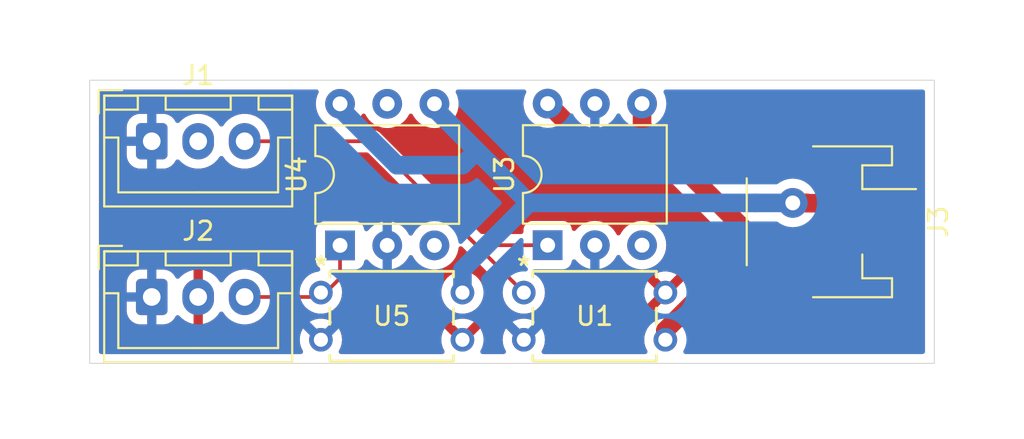
<source format=kicad_pcb>
(kicad_pcb (version 20240108) (generator "pcbnew") (generator_version "8.0")
  (layers (0 "F.Cu" signal) (31 "B.Cu" signal) (34 "B.Paste" user) (35 "F.Paste" user) (36 "B.SilkS" user "B.Silkscreen") (37 "F.SilkS" user "F.Silkscreen") (38 "B.Mask" user) (39 "F.Mask" user) (44 "Edge.Cuts" user))
  (net 0 "")
  (net 1 "/Sig 2")
  (net 2 "GND")
  (net 4 "/Sig 1")
  (net 5 "/PWR")
  (net 6 "Net-(J3-Pin_2)")
  (net 7 "Net-(J3-Pin_1)")
  (footprint "TLP241A(F:DIP4_TOS" (layer "F.Cu") (at 125.73 98.806)
    (property "Reference" "U5" (at 3.81 1.27 0) (layer "F.SilkS"))
    (property "Value" "TLP241AF")
    (fp_line (start 0.4826 -1.143) (end 0.4826 -0.838819) (stroke (width 0.1524)) (layer "F.SilkS"))
    (fp_line (start 0.4826 0.838819) (end 0.4826 1.701181) (stroke (width 0.1524)) (layer "F.SilkS"))
    (fp_line (start 0.4826 3.378819) (end 0.4826 3.683) (stroke (width 0.1524)) (layer "F.SilkS"))
    (fp_line (start 0.4826 3.683) (end 7.1374 3.683) (stroke (width 0.1524)) (layer "F.SilkS"))
    (fp_line (start 7.1374 -1.143) (end 0.4826 -1.143) (stroke (width 0.1524)) (layer "F.SilkS"))
    (fp_line (start 7.1374 -0.838819) (end 7.1374 -1.143) (stroke (width 0.1524)) (layer "F.SilkS"))
    (fp_line (start 7.1374 1.701181) (end 7.1374 0.838819) (stroke (width 0.1524)) (layer "F.SilkS"))
    (fp_line (start 7.1374 3.683) (end 7.1374 3.378819) (stroke (width 0.1524)) (layer "F.SilkS"))
    (fp_text user "*" (at 0 -1.397 0) (layer "F.SilkS"))
    (fp_text user "*" (at 0 -1.397 0) (layer "F.SilkS"))
    (pad "1" thru_hole circle (at 0 0) (size 1.27 1.27) (drill 0.762) (layers "*.Cu" "*.Mask") (net 4 "/Sig 1"))
    (pad "2" thru_hole circle (at 0 2.54) (size 1.27 1.27) (drill 0.762) (layers "*.Cu" "*.Mask") (net 2 "GND"))
    (pad "3" thru_hole circle (at 7.62 2.54) (size 1.27 1.27) (drill 0.762) (layers "*.Cu" "*.Mask") (net 5 "/PWR"))
    (pad "4" thru_hole circle (at 7.62 0) (size 1.27 1.27) (drill 0.762) (layers "*.Cu" "*.Mask") (net 7 "Net-(J3-Pin_1)"))
  )
  (footprint "Package_DIP:DIP-6_W7.62mm" (layer "F.Cu") (at 126.761 96.266 90)
    (property "Reference" "U4" (at 3.81 -2.33 -90) (layer "F.SilkS"))
    (property "Value" "TLP3546")
    (fp_line (start 6.46 -1.33) (end 4.81 -1.33) (stroke (width 0.12)) (layer "F.SilkS"))
    (fp_line (start 2.81 -1.33) (end 1.16 -1.33) (stroke (width 0.12)) (layer "F.SilkS"))
    (fp_line (start 1.16 -1.33) (end 1.16 6.41) (stroke (width 0.12)) (layer "F.SilkS"))
    (fp_line (start 6.46 6.41) (end 6.46 -1.33) (stroke (width 0.12)) (layer "F.SilkS"))
    (fp_line (start 1.16 6.41) (end 6.46 6.41) (stroke (width 0.12)) (layer "F.SilkS"))
    (fp_arc (start 4.81 -1.33) (mid 3.81 -0.33) (end 2.81 -1.33) (stroke (width 0.12)) (layer "F.SilkS"))
    (pad "1" thru_hole rect (at 0 0 90) (size 1.6 1.6) (drill 0.8) (layers "*.Cu" "*.Mask") (net 4 "/Sig 1"))
    (pad "2" thru_hole oval (at 0 2.54 90) (size 1.6 1.6) (drill 0.8) (layers "*.Cu" "*.Mask") (net 2 "GND"))
    (pad "3" thru_hole oval (at 0 5.08 90) (size 1.6 1.6) (drill 0.8) (layers "*.Cu" "*.Mask"))
    (pad "4" thru_hole oval (at 7.62 5.08 90) (size 1.6 1.6) (drill 0.8) (layers "*.Cu" "*.Mask") (net 7 "Net-(J3-Pin_1)"))
    (pad "5" thru_hole oval (at 7.62 2.54 90) (size 1.6 1.6) (drill 0.8) (layers "*.Cu" "*.Mask") (net 2 "GND"))
    (pad "6" thru_hole oval (at 7.62 0 90) (size 1.6 1.6) (drill 0.8) (layers "*.Cu" "*.Mask") (net 7 "Net-(J3-Pin_1)"))
  )
  (footprint "Connector_JST:JST_XH_B3B-XH-A_1x03_P2.50mm_Vertical" (layer "F.Cu") (at 116.626 90.661)
    (property "Reference" "J1" (at 2.5 -3.55 0) (layer "F.SilkS"))
    (property "Value" "Conn_01x03_Socket")
    (fp_line (start -2.85 -2.75) (end -2.85 -1.5) (stroke (width 0.12)) (layer "F.SilkS"))
    (fp_line (start -2.56 -2.46) (end -2.56 3.51) (stroke (width 0.12)) (layer "F.SilkS"))
    (fp_line (start -2.56 3.51) (end 7.56 3.51) (stroke (width 0.12)) (layer "F.SilkS"))
    (fp_line (start -2.55 -2.45) (end -2.55 -1.7) (stroke (width 0.12)) (layer "F.SilkS"))
    (fp_line (start -2.55 -1.7) (end -0.75 -1.7) (stroke (width 0.12)) (layer "F.SilkS"))
    (fp_line (start -2.55 -0.2) (end -1.8 -0.2) (stroke (width 0.12)) (layer "F.SilkS"))
    (fp_line (start -1.8 -0.2) (end -1.8 2.75) (stroke (width 0.12)) (layer "F.SilkS"))
    (fp_line (start -1.8 2.75) (end 2.5 2.75) (stroke (width 0.12)) (layer "F.SilkS"))
    (fp_line (start -1.6 -2.75) (end -2.85 -2.75) (stroke (width 0.12)) (layer "F.SilkS"))
    (fp_line (start -0.75 -2.45) (end -2.55 -2.45) (stroke (width 0.12)) (layer "F.SilkS"))
    (fp_line (start -0.75 -1.7) (end -0.75 -2.45) (stroke (width 0.12)) (layer "F.SilkS"))
    (fp_line (start 0.75 -2.45) (end 0.75 -1.7) (stroke (width 0.12)) (layer "F.SilkS"))
    (fp_line (start 0.75 -1.7) (end 4.25 -1.7) (stroke (width 0.12)) (layer "F.SilkS"))
    (fp_line (start 4.25 -2.45) (end 0.75 -2.45) (stroke (width 0.12)) (layer "F.SilkS"))
    (fp_line (start 4.25 -1.7) (end 4.25 -2.45) (stroke (width 0.12)) (layer "F.SilkS"))
    (fp_line (start 5.75 -2.45) (end 5.75 -1.7) (stroke (width 0.12)) (layer "F.SilkS"))
    (fp_line (start 5.75 -1.7) (end 7.55 -1.7) (stroke (width 0.12)) (layer "F.SilkS"))
    (fp_line (start 6.8 -0.2) (end 6.8 2.75) (stroke (width 0.12)) (layer "F.SilkS"))
    (fp_line (start 6.8 2.75) (end 2.5 2.75) (stroke (width 0.12)) (layer "F.SilkS"))
    (fp_line (start 7.55 -2.45) (end 5.75 -2.45) (stroke (width 0.12)) (layer "F.SilkS"))
    (fp_line (start 7.55 -1.7) (end 7.55 -2.45) (stroke (width 0.12)) (layer "F.SilkS"))
    (fp_line (start 7.55 -0.2) (end 6.8 -0.2) (stroke (width 0.12)) (layer "F.SilkS"))
    (fp_line (start 7.56 -2.46) (end -2.56 -2.46) (stroke (width 0.12)) (layer "F.SilkS"))
    (fp_line (start 7.56 3.51) (end 7.56 -2.46) (stroke (width 0.12)) (layer "F.SilkS"))
    (pad "1" thru_hole roundrect (at 0 0) (size 1.7 1.95) (drill 0.95) (layers "*.Cu" "*.Mask") (roundrect_rratio 0.147059) (net 2 "GND"))
    (pad "2" thru_hole oval (at 2.5 0) (size 1.7 1.95) (drill 0.95) (layers "*.Cu" "*.Mask"))
    (pad "3" thru_hole oval (at 5 0) (size 1.7 1.95) (drill 0.95) (layers "*.Cu" "*.Mask") (net 1 "/Sig 2"))
  )
  (footprint "Connector_JST:JST_XH_B3B-XH-A_1x03_P2.50mm_Vertical" (layer "F.Cu") (at 116.626 99.043)
    (property "Reference" "J2" (at 2.5 -3.55 0) (layer "F.SilkS"))
    (property "Value" "Conn_01x03_Socket")
    (fp_line (start -2.85 -2.75) (end -2.85 -1.5) (stroke (width 0.12)) (layer "F.SilkS"))
    (fp_line (start -2.56 -2.46) (end -2.56 3.51) (stroke (width 0.12)) (layer "F.SilkS"))
    (fp_line (start -2.56 3.51) (end 7.56 3.51) (stroke (width 0.12)) (layer "F.SilkS"))
    (fp_line (start -2.55 -2.45) (end -2.55 -1.7) (stroke (width 0.12)) (layer "F.SilkS"))
    (fp_line (start -2.55 -1.7) (end -0.75 -1.7) (stroke (width 0.12)) (layer "F.SilkS"))
    (fp_line (start -2.55 -0.2) (end -1.8 -0.2) (stroke (width 0.12)) (layer "F.SilkS"))
    (fp_line (start -1.8 -0.2) (end -1.8 2.75) (stroke (width 0.12)) (layer "F.SilkS"))
    (fp_line (start -1.8 2.75) (end 2.5 2.75) (stroke (width 0.12)) (layer "F.SilkS"))
    (fp_line (start -1.6 -2.75) (end -2.85 -2.75) (stroke (width 0.12)) (layer "F.SilkS"))
    (fp_line (start -0.75 -2.45) (end -2.55 -2.45) (stroke (width 0.12)) (layer "F.SilkS"))
    (fp_line (start -0.75 -1.7) (end -0.75 -2.45) (stroke (width 0.12)) (layer "F.SilkS"))
    (fp_line (start 0.75 -2.45) (end 0.75 -1.7) (stroke (width 0.12)) (layer "F.SilkS"))
    (fp_line (start 0.75 -1.7) (end 4.25 -1.7) (stroke (width 0.12)) (layer "F.SilkS"))
    (fp_line (start 4.25 -2.45) (end 0.75 -2.45) (stroke (width 0.12)) (layer "F.SilkS"))
    (fp_line (start 4.25 -1.7) (end 4.25 -2.45) (stroke (width 0.12)) (layer "F.SilkS"))
    (fp_line (start 5.75 -2.45) (end 5.75 -1.7) (stroke (width 0.12)) (layer "F.SilkS"))
    (fp_line (start 5.75 -1.7) (end 7.55 -1.7) (stroke (width 0.12)) (layer "F.SilkS"))
    (fp_line (start 6.8 -0.2) (end 6.8 2.75) (stroke (width 0.12)) (layer "F.SilkS"))
    (fp_line (start 6.8 2.75) (end 2.5 2.75) (stroke (width 0.12)) (layer "F.SilkS"))
    (fp_line (start 7.55 -2.45) (end 5.75 -2.45) (stroke (width 0.12)) (layer "F.SilkS"))
    (fp_line (start 7.55 -1.7) (end 7.55 -2.45) (stroke (width 0.12)) (layer "F.SilkS"))
    (fp_line (start 7.55 -0.2) (end 6.8 -0.2) (stroke (width 0.12)) (layer "F.SilkS"))
    (fp_line (start 7.56 -2.46) (end -2.56 -2.46) (stroke (width 0.12)) (layer "F.SilkS"))
    (fp_line (start 7.56 3.51) (end 7.56 -2.46) (stroke (width 0.12)) (layer "F.SilkS"))
    (pad "1" thru_hole roundrect (at 0 0) (size 1.7 1.95) (drill 0.95) (layers "*.Cu" "*.Mask") (roundrect_rratio 0.147059) (net 2 "GND"))
    (pad "2" thru_hole oval (at 2.5 0) (size 1.7 1.95) (drill 0.95) (layers "*.Cu" "*.Mask") (net 5 "/PWR"))
    (pad "3" thru_hole oval (at 5 0) (size 1.7 1.95) (drill 0.95) (layers "*.Cu" "*.Mask") (net 4 "/Sig 1"))
  )
  (footprint "Connector_JST:JST_PH_S2B-PH-SM4-TB_1x02-1MP_P2.00mm_Horizontal" (layer "F.Cu") (at 153.162 94.996 -90)
    (property "Reference" "J3" (at 0 -5.8 90) (layer "F.SilkS"))
    (property "Value" "Conn_01x02_Socket")
    (fp_line (start -2.34 4.51) (end 2.34 4.51) (stroke (width 0.12)) (layer "F.SilkS"))
    (fp_line (start -4.06 0.94) (end -4.06 -3.31) (stroke (width 0.12)) (layer "F.SilkS"))
    (fp_line (start 4.06 0.94) (end 4.06 -3.31) (stroke (width 0.12)) (layer "F.SilkS"))
    (fp_line (start -3.04 -1.71) (end -1.76 -1.71) (stroke (width 0.12)) (layer "F.SilkS"))
    (fp_line (start -1.76 -1.71) (end -1.76 -4.6) (stroke (width 0.12)) (layer "F.SilkS"))
    (fp_line (start 3.04 -1.71) (end 1.76 -1.71) (stroke (width 0.12)) (layer "F.SilkS"))
    (fp_line (start -4.06 -3.31) (end -3.04 -3.31) (stroke (width 0.12)) (layer "F.SilkS"))
    (fp_line (start -3.04 -3.31) (end -3.04 -1.71) (stroke (width 0.12)) (layer "F.SilkS"))
    (fp_line (start 3.04 -3.31) (end 3.04 -1.71) (stroke (width 0.12)) (layer "F.SilkS"))
    (fp_line (start 4.06 -3.31) (end 3.04 -3.31) (stroke (width 0.12)) (layer "F.SilkS"))
    (pad "1" smd roundrect (at -1 -2.85 270) (size 1 3.5) (layers "F.Cu" "F.Paste" "F.Mask") (net 7 "Net-(J3-Pin_1)"))
    (pad "2" smd roundrect (at 1 -2.85 270) (size 1 3.5) (layers "F.Cu" "F.Paste" "F.Mask") (net 6 "Net-(J3-Pin_2)"))
    (pad "MP" smd roundrect (at -3.35 2.9 270) (size 1.5 3.4) (layers "F.Cu" "F.Paste" "F.Mask") (roundrect_rratio 0.166667))
    (pad "MP" smd roundrect (at 3.35 2.9 270) (size 1.5 3.4) (layers "F.Cu" "F.Paste" "F.Mask") (roundrect_rratio 0.166667))
  )
  (footprint "Package_DIP:DIP-6_W7.62mm" (layer "F.Cu") (at 137.937 96.256 90)
    (property "Reference" "U3" (at 3.81 -2.33 270) (layer "F.SilkS"))
    (property "Value" "TLP3546")
    (fp_line (start 6.46 -1.33) (end 4.81 -1.33) (stroke (width 0.12)) (layer "F.SilkS"))
    (fp_line (start 2.81 -1.33) (end 1.16 -1.33) (stroke (width 0.12)) (layer "F.SilkS"))
    (fp_line (start 1.16 -1.33) (end 1.16 6.41) (stroke (width 0.12)) (layer "F.SilkS"))
    (fp_line (start 6.46 6.41) (end 6.46 -1.33) (stroke (width 0.12)) (layer "F.SilkS"))
    (fp_line (start 1.16 6.41) (end 6.46 6.41) (stroke (width 0.12)) (layer "F.SilkS"))
    (fp_arc (start 4.81 -1.33) (mid 3.81 -0.33) (end 2.81 -1.33) (stroke (width 0.12)) (layer "F.SilkS"))
    (pad "1" thru_hole rect (at 0 0 90) (size 1.6 1.6) (drill 0.8) (layers "*.Cu" "*.Mask") (net 1 "/Sig 2"))
    (pad "2" thru_hole oval (at 0 2.54 90) (size 1.6 1.6) (drill 0.8) (layers "*.Cu" "*.Mask") (net 2 "GND"))
    (pad "3" thru_hole oval (at 0 5.08 90) (size 1.6 1.6) (drill 0.8) (layers "*.Cu" "*.Mask"))
    (pad "4" thru_hole oval (at 7.62 5.08 90) (size 1.6 1.6) (drill 0.8) (layers "*.Cu" "*.Mask") (net 6 "Net-(J3-Pin_2)"))
    (pad "5" thru_hole oval (at 7.62 2.54 90) (size 1.6 1.6) (drill 0.8) (layers "*.Cu" "*.Mask") (net 2 "GND"))
    (pad "6" thru_hole oval (at 7.62 0 90) (size 1.6 1.6) (drill 0.8) (layers "*.Cu" "*.Mask") (net 6 "Net-(J3-Pin_2)"))
  )
  (footprint "TLP241A(F:DIP4_TOS" (layer "F.Cu") (at 136.652 98.806)
    (property "Reference" "U1" (at 3.81 1.27 0) (layer "F.SilkS"))
    (property "Value" "TLP241AF")
    (fp_line (start 0.4826 -1.143) (end 0.4826 -0.838819) (stroke (width 0.1524)) (layer "F.SilkS"))
    (fp_line (start 0.4826 0.838819) (end 0.4826 1.701181) (stroke (width 0.1524)) (layer "F.SilkS"))
    (fp_line (start 0.4826 3.378819) (end 0.4826 3.683) (stroke (width 0.1524)) (layer "F.SilkS"))
    (fp_line (start 0.4826 3.683) (end 7.1374 3.683) (stroke (width 0.1524)) (layer "F.SilkS"))
    (fp_line (start 7.1374 -1.143) (end 0.4826 -1.143) (stroke (width 0.1524)) (layer "F.SilkS"))
    (fp_line (start 7.1374 -0.838819) (end 7.1374 -1.143) (stroke (width 0.1524)) (layer "F.SilkS"))
    (fp_line (start 7.1374 1.701181) (end 7.1374 0.838819) (stroke (width 0.1524)) (layer "F.SilkS"))
    (fp_line (start 7.1374 3.683) (end 7.1374 3.378819) (stroke (width 0.1524)) (layer "F.SilkS"))
    (fp_text user "*" (at 0 -1.397 0) (layer "F.SilkS"))
    (fp_text user "*" (at 0 -1.397 0) (layer "F.SilkS"))
    (pad "1" thru_hole circle (at 0 0) (size 1.27 1.27) (drill 0.762) (layers "*.Cu" "*.Mask") (net 1 "/Sig 2"))
    (pad "2" thru_hole circle (at 0 2.54) (size 1.27 1.27) (drill 0.762) (layers "*.Cu" "*.Mask") (net 2 "GND"))
    (pad "3" thru_hole circle (at 7.62 2.54) (size 1.27 1.27) (drill 0.762) (layers "*.Cu" "*.Mask") (net 6 "Net-(J3-Pin_2)"))
    (pad "4" thru_hole circle (at 7.62 0) (size 1.27 1.27) (drill 0.762) (layers "*.Cu" "*.Mask") (net 5 "/PWR"))
  )
  (gr_rect (start 113.284 87.376) (end 158.75 102.616) (stroke (width 0.05)) (fill none) (layer "Edge.Cuts"))
  (segment (start 121.626 90.661) (end 128.507 90.661) (width 0.2) (layer "F.Cu") (net 1))
  (segment (start 133.731 95.885) (end 134.102 96.256) (width 0.2) (layer "F.Cu") (net 1))
  (segment (start 133.731 95.885) (end 136.652 98.806) (width 0.2) (layer "F.Cu") (net 1))
  (segment (start 128.507 90.661) (end 133.731 95.885) (width 0.2) (layer "F.Cu") (net 1))
  (segment (start 134.102 96.256) (end 137.937 96.256) (width 0.2) (layer "F.Cu") (net 1))
  (segment (start 126.761 98.029) (end 126.761 96.51) (width 0.2) (layer "F.Cu") (net 4))
  (segment (start 121.626 99.043) (end 125.713 99.043) (width 0.2) (layer "F.Cu") (net 4))
  (segment (start 125.713 99.043) (end 125.73 99.06) (width 0.2) (layer "F.Cu") (net 4))
  (segment (start 125.73 99.06) (end 126.761 98.029) (width 0.2) (layer "F.Cu") (net 4))
  (segment (start 143.017 89.899) (end 143.017 88.636) (width 1) (layer "F.Cu") (net 6))
  (segment (start 140.471 91.17) (end 137.937 88.636) (width 1) (layer "F.Cu") (net 6))
  (segment (start 149.114 95.996) (end 144.272 100.838) (width 1) (layer "F.Cu") (net 6))
  (segment (start 149.114 95.996) (end 144.288 91.17) (width 1) (layer "F.Cu") (net 6))
  (segment (start 144.288 91.17) (end 140.471 91.17) (width 1) (layer "F.Cu") (net 6))
  (segment (start 144.288 91.17) (end 143.017 89.899) (width 1) (layer "F.Cu") (net 6))
  (segment (start 156.012 95.996) (end 149.114 95.996) (width 1) (layer "F.Cu") (net 6))
  (segment (start 144.272 100.838) (end 144.272 101.346) (width 1) (layer "F.Cu") (net 6))
  (segment (start 151.892 93.98) (end 151.908 93.996) (width 1) (layer "F.Cu") (net 7))
  (segment (start 151.13 93.98) (end 151.892 93.98) (width 1) (layer "F.Cu") (net 7))
  (segment (start 151.908 93.996) (end 156.012 93.996) (width 1) (layer "F.Cu") (net 7))
  (via (at 151.13 93.98) (size 1.6) (drill 0.8) (layers "F.Cu" "B.Cu") (net 7))
  (segment (start 149.098 93.98) (end 151.13 93.98) (width 1) (layer "B.Cu") (net 7))
  (segment (start 136.931 93.98) (end 133.35 97.561) (width 1) (layer "B.Cu") (net 7))
  (segment (start 137.531975 93.98) (end 136.931 93.98) (width 1) (layer "B.Cu") (net 7))
  (segment (start 133.35 91.948) (end 129.819 91.948) (width 1) (layer "B.Cu") (net 7))
  (segment (start 134.1245 91.1735) (end 133.35 91.948) (width 1) (layer "B.Cu") (net 7))
  (segment (start 136.931 93.98) (end 134.1245 91.1735) (width 1) (layer "B.Cu") (net 7))
  (segment (start 134.1245 91.1735) (end 131.841 88.89) (width 1) (layer "B.Cu") (net 7))
  (segment (start 137.531975 93.98) (end 149.098 93.98) (width 1) (layer "B.Cu") (net 7))
  (segment (start 129.819 91.948) (end 126.761 88.89) (width 1) (layer "B.Cu") (net 7))
  (segment (start 133.35 97.561) (end 133.35 98.806) (width 1) (layer "B.Cu") (net 7))
  (zone (net 5) (net_name "/PWR") (layer "F.Cu") (connect_pads (clearance 0.5)) (min_thickness 0.25) (fill yes (thermal_gap 0.5) (thermal_bridge_width 0.5))
    (polygon (pts (xy 159.512 86.36) (xy 159.512 103.886) (xy 109.728 105.664) (xy 110.49 85.598)))
  )
  (zone (net 2) (net_name "GND") (layer "B.Cu") (priority 1) (connect_pads (clearance 0.5)) (min_thickness 0.25) (fill yes (thermal_gap 0.5) (thermal_bridge_width 0.5))
    (polygon (pts (xy 108.458 86.36) (xy 108.458 106.68) (xy 163.576 105.41) (xy 162.306 83.058)))
  )
)
</source>
